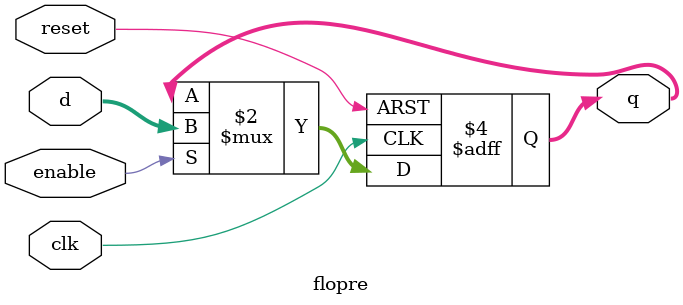
<source format=sv>
module flopre	#(parameter WIDTH = 8)
					 (input logic clk, reset, enable,
					  input logic [WIDTH - 1:0] d,
					  output logic [WIDTH - 1:0] q);

	//This flip flop outputs d -> q if enable = 1. Otherwise it will hold.
	//
	always_ff @(posedge clk, posedge reset)
		if (reset) q <= 0;
		else if (enable) q <= d;		
					  
endmodule
</source>
